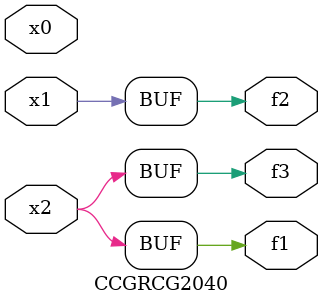
<source format=v>
module CCGRCG2040(
	input x0, x1, x2,
	output f1, f2, f3
);
	assign f1 = x2;
	assign f2 = x1;
	assign f3 = x2;
endmodule

</source>
